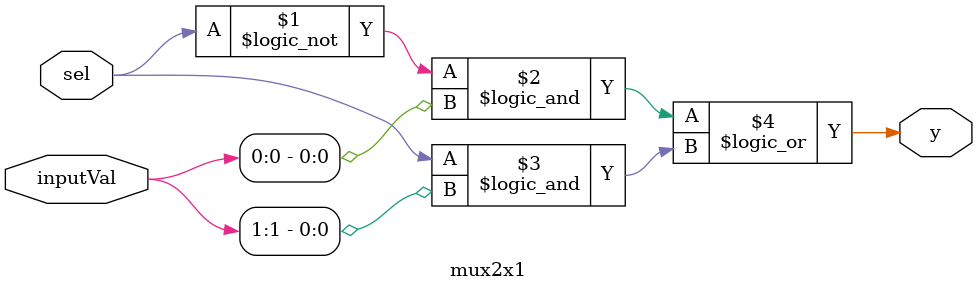
<source format=v>
`timescale 1ns / 1ps
module mux2x1(
    input sel,
    input [1:0] inputVal,
    output y
    );

	assign y = (!sel && inputVal[0]) || (sel && inputVal[1]);

endmodule

</source>
